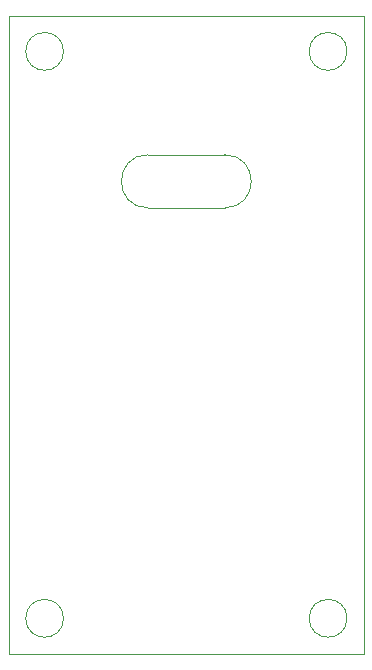
<source format=gbr>
%TF.GenerationSoftware,KiCad,Pcbnew,8.0.4*%
%TF.CreationDate,2024-11-15T13:14:51-06:00*%
%TF.ProjectId,BM_DepthIMU_v2,424d5f44-6570-4746-9849-4d555f76322e,rev?*%
%TF.SameCoordinates,Original*%
%TF.FileFunction,Profile,NP*%
%FSLAX46Y46*%
G04 Gerber Fmt 4.6, Leading zero omitted, Abs format (unit mm)*
G04 Created by KiCad (PCBNEW 8.0.4) date 2024-11-15 13:14:51*
%MOMM*%
%LPD*%
G01*
G04 APERTURE LIST*
%TA.AperFunction,Profile*%
%ADD10C,0.050000*%
%TD*%
G04 APERTURE END LIST*
D10*
X146840000Y-84750000D02*
X153340000Y-84750000D01*
X146840000Y-80250000D02*
X153340000Y-80250000D01*
X146840000Y-84750000D02*
G75*
G02*
X146840000Y-80250000I0J2250000D01*
G01*
X153340000Y-80250000D02*
G75*
G02*
X153340000Y-84750000I0J-2250000D01*
G01*
X135090000Y-68500000D02*
X165090000Y-68500000D01*
X165090000Y-122500000D01*
X135090000Y-122500000D01*
X135090000Y-68500000D01*
X139690000Y-119500000D02*
G75*
G02*
X136490000Y-119500000I-1600000J0D01*
G01*
X136490000Y-119500000D02*
G75*
G02*
X139690000Y-119500000I1600000J0D01*
G01*
X163690000Y-71500000D02*
G75*
G02*
X160490000Y-71500000I-1600000J0D01*
G01*
X160490000Y-71500000D02*
G75*
G02*
X163690000Y-71500000I1600000J0D01*
G01*
X139690000Y-71500000D02*
G75*
G02*
X136490000Y-71500000I-1600000J0D01*
G01*
X136490000Y-71500000D02*
G75*
G02*
X139690000Y-71500000I1600000J0D01*
G01*
X163690000Y-119500000D02*
G75*
G02*
X160490000Y-119500000I-1600000J0D01*
G01*
X160490000Y-119500000D02*
G75*
G02*
X163690000Y-119500000I1600000J0D01*
G01*
M02*

</source>
